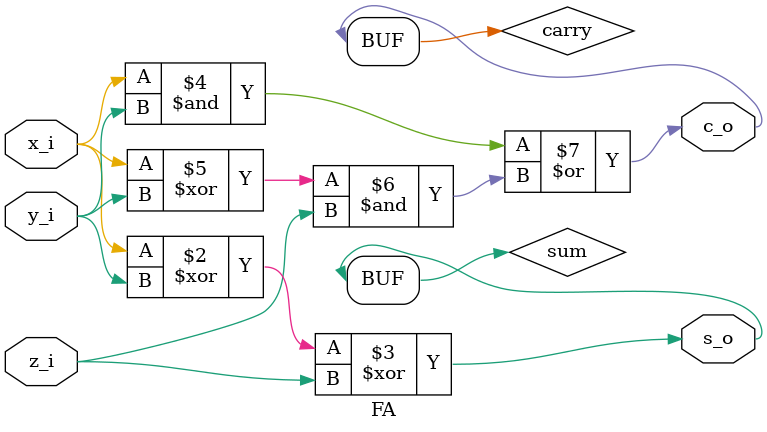
<source format=sv>
module FA(
    input logic x_i,
    input logic y_i,
    input logic z_i,
    output logic s_o,
    output logic c_o
);
    logic sum;
    logic carry;
    //code
    always_comb begin
        sum   = ((x_i ^ y_i) ^ z_i);
        carry = (x_i & y_i) | ((x_i ^ y_i) & z_i);
    end
    assign s_o = sum;
    assign c_o = carry;
endmodule : FA

</source>
